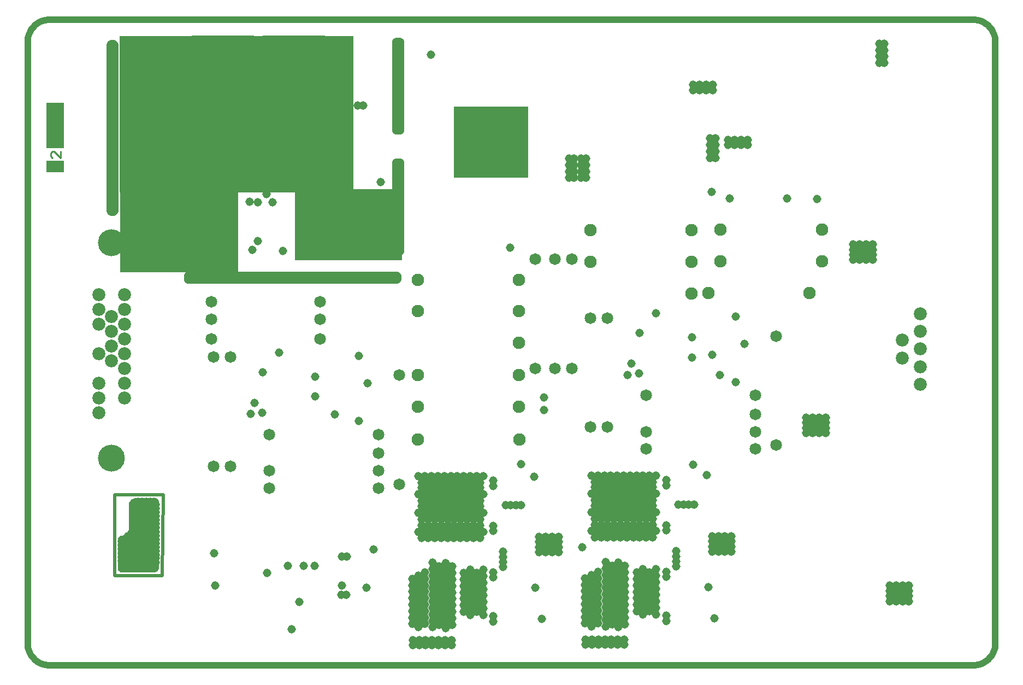
<source format=gbr>
%TF.GenerationSoftware,Altium Limited,Altium Designer,24.2.2 (26)*%
G04 Layer_Physical_Order=2*
G04 Layer_Color=32768*
%FSLAX45Y45*%
%MOMM*%
%TF.SameCoordinates,B61E387C-C652-4A73-A4A4-6DD95E315EF5*%
%TF.FilePolarity,Negative*%
%TF.FileFunction,Copper,L2,Inr,Plane*%
%TF.Part,Single*%
G01*
G75*
%TA.AperFunction,NonConductor*%
%ADD82C,0.25400*%
%TA.AperFunction,ComponentPad*%
%ADD94C,4.16600*%
%TA.AperFunction,NonConductor*%
%ADD99C,1.01600*%
%ADD100C,0.50000*%
%ADD101R,11.50000X11.10000*%
%ADD102R,16.60000X11.10000*%
%ADD103R,18.40000X12.70000*%
%ADD104R,36.20000X24.30000*%
%TA.AperFunction,ComponentPad*%
%ADD105C,1.93040*%
%ADD106C,1.81600*%
%ADD107C,2.01600*%
%TA.AperFunction,ViaPad*%
%ADD108C,4.01600*%
%ADD109C,1.31600*%
G36*
X6088988Y12304133D02*
X6096133Y12296988D01*
X6100000Y12287652D01*
Y12282600D01*
Y12233400D01*
Y12228347D01*
X6096133Y12219012D01*
X6088988Y12211867D01*
X6079652Y12208000D01*
X5170348D01*
X5161012Y12211867D01*
X5153867Y12219012D01*
X5150000Y12228347D01*
Y12233400D01*
Y12282600D01*
Y12287652D01*
X5153867Y12296988D01*
X5161012Y12304133D01*
X5170348Y12308000D01*
X6079652D01*
X6088988Y12304133D01*
D02*
G37*
G36*
X7188988Y12303133D02*
X7196133Y12295988D01*
X7200000Y12286652D01*
Y12281600D01*
Y12232400D01*
Y12227347D01*
X7196133Y12218012D01*
X7188988Y12210867D01*
X7179652Y12207000D01*
X6270348D01*
X6261012Y12210867D01*
X6253867Y12218012D01*
X6250000Y12227347D01*
Y12232400D01*
Y12281600D01*
Y12286652D01*
X6253867Y12295988D01*
X6261012Y12303133D01*
X6270348Y12307000D01*
X7179652D01*
X7188988Y12303133D01*
D02*
G37*
G36*
X5088988Y12146133D02*
X5096133Y12138988D01*
X5100000Y12129652D01*
Y12124600D01*
Y11225400D01*
Y11220348D01*
X5096133Y11211012D01*
X5088988Y11203867D01*
X5079652Y11200000D01*
X5020347D01*
X5011012Y11203867D01*
X5003867Y11211012D01*
X5000000Y11220348D01*
Y11225400D01*
Y12124600D01*
Y12129652D01*
X5003867Y12138988D01*
X5011012Y12146133D01*
X5020347Y12150000D01*
X5079652D01*
X5088988Y12146133D01*
D02*
G37*
G36*
X7338988Y12146133D02*
X7346133Y12138988D01*
X7350000Y12129652D01*
Y12124600D01*
Y11225400D01*
Y11220347D01*
X7346133Y11211012D01*
X7338988Y11203867D01*
X7329652Y11200000D01*
X7270347D01*
X7261012Y11203867D01*
X7253867Y11211012D01*
X7250000Y11220347D01*
Y11225400D01*
Y12124600D01*
Y12129652D01*
X7253867Y12138988D01*
X7261012Y12146133D01*
X7270347Y12150000D01*
X7329652D01*
X7338988Y12146133D01*
D02*
G37*
G36*
X8378988Y12265702D02*
X8386133Y12258557D01*
X8390000Y12249222D01*
Y12244169D01*
Y10895830D01*
Y10890778D01*
X8386133Y10881442D01*
X8378988Y10874297D01*
X8369652Y10870430D01*
X8321348D01*
X8312012Y10874297D01*
X8304867Y10881442D01*
X8301000Y10890778D01*
Y10895830D01*
Y12244169D01*
Y12249222D01*
X8304867Y12258557D01*
X8312012Y12265702D01*
X8321348Y12269569D01*
X8369652D01*
X8378988Y12265702D01*
D02*
G37*
G36*
X3160000Y10610000D02*
X2890000D01*
Y11310000D01*
X3160000D01*
Y10610000D01*
D02*
G37*
G36*
Y10240000D02*
X2890000D01*
Y10420000D01*
X3160000D01*
Y10240000D01*
D02*
G37*
G36*
X5088988Y11046133D02*
X5096133Y11038988D01*
X5100000Y11029653D01*
Y11024600D01*
Y10125400D01*
Y10120348D01*
X5096133Y10111012D01*
X5088988Y10103867D01*
X5079652Y10100000D01*
X5020347D01*
X5011012Y10103867D01*
X5003867Y10111012D01*
X5000000Y10120348D01*
Y10125400D01*
Y11024600D01*
Y11029653D01*
X5003867Y11038988D01*
X5011012Y11046133D01*
X5020347Y11050000D01*
X5079652D01*
X5088988Y11046133D01*
D02*
G37*
G36*
X7338988Y11046133D02*
X7346133Y11038988D01*
X7350000Y11029652D01*
Y11024600D01*
Y10125400D01*
Y10120348D01*
X7346133Y10111012D01*
X7338988Y10103867D01*
X7329652Y10100000D01*
X7270347D01*
X7261012Y10103867D01*
X7253867Y10111012D01*
X7250000Y10120348D01*
Y10125400D01*
Y11024600D01*
Y11029652D01*
X7253867Y11038988D01*
X7261012Y11046133D01*
X7270347Y11050000D01*
X7329652D01*
X7338988Y11046133D01*
D02*
G37*
G36*
X7188988Y10096133D02*
X7196133Y10088988D01*
X7200000Y10079652D01*
Y10074600D01*
Y10025400D01*
Y10020347D01*
X7196133Y10011012D01*
X7188988Y10003867D01*
X7179652Y10000000D01*
X6270347D01*
X6261012Y10003867D01*
X6253867Y10011012D01*
X6250000Y10020347D01*
Y10025400D01*
Y10074600D01*
Y10079652D01*
X6253867Y10088988D01*
X6261012Y10096133D01*
X6270347Y10100000D01*
X7179652D01*
X7188988Y10096133D01*
D02*
G37*
G36*
X6088988D02*
X6096133Y10088988D01*
X6100000Y10079652D01*
Y10074600D01*
Y10025400D01*
Y10020347D01*
X6096133Y10011012D01*
X6088988Y10003867D01*
X6079652Y10000000D01*
X5170348D01*
X5161012Y10003867D01*
X5153867Y10011012D01*
X5150000Y10020347D01*
Y10025400D01*
Y10074600D01*
Y10079652D01*
X5153867Y10088988D01*
X5161012Y10096133D01*
X5170348Y10100000D01*
X6079652D01*
X6088988Y10096133D01*
D02*
G37*
G36*
X3943588Y12230733D02*
X3950733Y12223588D01*
X3954600Y12214252D01*
Y12209200D01*
Y9640000D01*
Y9634947D01*
X3950733Y9625612D01*
X3943588Y9618467D01*
X3934252Y9614600D01*
X3894948D01*
X3885612Y9618467D01*
X3878467Y9625612D01*
X3874600Y9634947D01*
Y9640000D01*
Y12209200D01*
Y12214252D01*
X3878467Y12223588D01*
X3885612Y12230733D01*
X3894948Y12234600D01*
X3934252D01*
X3943588Y12230733D01*
D02*
G37*
G36*
X8377987Y10395702D02*
X8385132Y10388557D01*
X8388999Y10379222D01*
Y10374169D01*
Y9025831D01*
Y9020778D01*
X8385132Y9011442D01*
X8377987Y9004297D01*
X8368652Y9000431D01*
X8320347D01*
X8311012Y9004297D01*
X8303867Y9011442D01*
X8300000Y9020778D01*
Y9025831D01*
Y10374169D01*
Y10379222D01*
X8303867Y10388557D01*
X8311012Y10395702D01*
X8320347Y10399569D01*
X8368652D01*
X8377987Y10395702D01*
D02*
G37*
G36*
X8329988Y8646133D02*
X8337133Y8638988D01*
X8341000Y8629652D01*
Y8624600D01*
Y8586400D01*
Y8581347D01*
X8337133Y8572012D01*
X8329988Y8564867D01*
X8320652Y8561000D01*
X5093747D01*
X5084412Y8564867D01*
X5077267Y8572012D01*
X5073400Y8581347D01*
Y8586400D01*
Y8624600D01*
Y8629652D01*
X5077267Y8638988D01*
X5084412Y8646133D01*
X5093747Y8650000D01*
X8320652D01*
X8329988Y8646133D01*
D02*
G37*
G36*
X4610587Y5181965D02*
X4627465Y5165087D01*
X4636600Y5143034D01*
Y5131099D01*
Y4121100D01*
Y4113220D01*
X4633525Y4097764D01*
X4627495Y4083205D01*
X4618740Y4070103D01*
X4607597Y4058959D01*
X4594494Y4050204D01*
X4579935Y4044174D01*
X4564479Y4041100D01*
X4059705D01*
X4046181Y4043789D01*
X4033442Y4049066D01*
X4021977Y4056727D01*
X4012227Y4066477D01*
X4004567Y4077942D01*
X3999290Y4090681D01*
X3996600Y4104205D01*
Y4111099D01*
Y4551100D01*
Y4563034D01*
X4005734Y4585087D01*
X4022612Y4601965D01*
X4044665Y4611099D01*
X4066600D01*
X4076401Y4611581D01*
X4095628Y4615405D01*
X4113739Y4622907D01*
X4130039Y4633798D01*
X4143901Y4647660D01*
X4154792Y4663960D01*
X4162294Y4682071D01*
X4166118Y4701298D01*
X4166600Y4711100D01*
Y5081100D01*
Y5091933D01*
X4170827Y5113185D01*
X4179119Y5133204D01*
X4191157Y5151220D01*
X4206479Y5166542D01*
X4224495Y5178580D01*
X4244514Y5186872D01*
X4265766Y5191100D01*
X4588534D01*
X4610587Y5181965D01*
D02*
G37*
D82*
X3114600Y10556967D02*
Y10455400D01*
X3013033Y10556967D01*
X2987641D01*
X2962249Y10531575D01*
Y10480792D01*
X2987641Y10455400D01*
D94*
X3902000Y9145000D02*
D03*
Y5813000D02*
D03*
D99*
X7179652Y12307000D02*
X7188988Y12303133D01*
X7196133Y12295988D01*
X7200000Y12286652D01*
Y12281600D02*
Y12286652D01*
Y12232400D02*
Y12281600D01*
Y12227347D02*
Y12232400D01*
X7196133Y12218012D02*
X7200000Y12227347D01*
X7188988Y12210867D02*
X7196133Y12218012D01*
X7179652Y12207000D02*
X7188988Y12210867D01*
X6270348Y12207000D02*
X7179652D01*
X6261012Y12210867D02*
X6270348Y12207000D01*
X6253867Y12218012D02*
X6261012Y12210867D01*
X6250000Y12227347D02*
X6253867Y12218012D01*
X6250000Y12227347D02*
Y12232400D01*
Y12281600D01*
Y12286652D01*
X6253867Y12295988D01*
X6261012Y12303133D01*
X6270348Y12307000D01*
X7179652D01*
X6079652Y12308000D02*
X6088988Y12304133D01*
X6096133Y12296988D01*
X6100000Y12287652D01*
Y12282600D02*
Y12287652D01*
Y12233400D02*
Y12282600D01*
Y12228347D02*
Y12233400D01*
X6096133Y12219012D02*
X6100000Y12228347D01*
X6088988Y12211867D02*
X6096133Y12219012D01*
X6079652Y12208000D02*
X6088988Y12211867D01*
X5170348Y12208000D02*
X6079652D01*
X5161012Y12211867D02*
X5170348Y12208000D01*
X5153867Y12219012D02*
X5161012Y12211867D01*
X5150000Y12228347D02*
X5153867Y12219012D01*
X5150000Y12228347D02*
Y12233400D01*
Y12282600D01*
Y12287652D01*
X5153867Y12296988D01*
X5161012Y12304133D01*
X5170348Y12308000D01*
X6079652D01*
X8369652Y12269569D02*
X8378988Y12265702D01*
X8386133Y12258557D01*
X8390000Y12249222D01*
Y12244169D02*
Y12249222D01*
Y10895830D02*
Y12244169D01*
Y10890778D02*
Y10895830D01*
X8386133Y10881442D02*
X8390000Y10890778D01*
X8378988Y10874297D02*
X8386133Y10881442D01*
X8369652Y10870430D02*
X8378988Y10874297D01*
X8321348Y10870430D02*
X8369652D01*
X8312012Y10874297D02*
X8321348Y10870430D01*
X8304867Y10881442D02*
X8312012Y10874297D01*
X8301000Y10890778D02*
X8304867Y10881442D01*
X8301000Y10890778D02*
Y10895830D01*
Y12244169D01*
Y12249222D01*
X8304867Y12258557D01*
X8312012Y12265702D01*
X8321348Y12269569D01*
X8369652D01*
X8368652Y10399569D02*
X8377987Y10395702D01*
X8385132Y10388557D01*
X8388999Y10379222D01*
Y10374169D02*
Y10379222D01*
Y9025831D02*
Y10374169D01*
Y9020778D02*
Y9025831D01*
X8385132Y9011442D02*
X8388999Y9020778D01*
X8377987Y9004297D02*
X8385132Y9011442D01*
X8368652Y9000431D02*
X8377987Y9004297D01*
X8320347Y9000431D02*
X8368652D01*
X8311012Y9004297D02*
X8320347Y9000431D01*
X8303867Y9011442D02*
X8311012Y9004297D01*
X8300000Y9020778D02*
X8303867Y9011442D01*
X8300000Y9020778D02*
Y9025831D01*
Y10374169D01*
Y10379222D01*
X8303867Y10388557D01*
X8311012Y10395702D01*
X8320347Y10399569D01*
X8368652D01*
X3934252Y12234600D02*
X3943588Y12230733D01*
X3950733Y12223588D01*
X3954600Y12214252D01*
Y12209200D02*
Y12214252D01*
Y9640000D02*
Y12209200D01*
Y9634947D02*
Y9640000D01*
X3950733Y9625612D02*
X3954600Y9634947D01*
X3943588Y9618467D02*
X3950733Y9625612D01*
X3934252Y9614600D02*
X3943588Y9618467D01*
X3894948Y9614600D02*
X3934252D01*
X3885612Y9618467D02*
X3894948Y9614600D01*
X3878467Y9625612D02*
X3885612Y9618467D01*
X3874600Y9634947D02*
X3878467Y9625612D01*
X3874600Y9634947D02*
Y9640000D01*
Y12209200D01*
Y12214252D01*
X3878467Y12223588D01*
X3885612Y12230733D01*
X3894948Y12234600D01*
X3934252D01*
X7179652Y10100000D02*
X7188988Y10096133D01*
X7196133Y10088988D01*
X7200000Y10079652D01*
Y10074600D02*
Y10079652D01*
Y10025400D02*
Y10074600D01*
Y10020347D02*
Y10025400D01*
X7196133Y10011012D02*
X7200000Y10020347D01*
X7188988Y10003867D02*
X7196133Y10011012D01*
X7179652Y10000000D02*
X7188988Y10003867D01*
X6270347Y10000000D02*
X7179652D01*
X6261012Y10003867D02*
X6270347Y10000000D01*
X6253867Y10011012D02*
X6261012Y10003867D01*
X6250000Y10020347D02*
X6253867Y10011012D01*
X6250000Y10020347D02*
Y10025400D01*
Y10074600D01*
Y10079652D01*
X6253867Y10088988D01*
X6261012Y10096133D01*
X6270347Y10100000D01*
X7179652D01*
X6079652D02*
X6088988Y10096133D01*
X6096133Y10088988D01*
X6100000Y10079652D01*
Y10074600D02*
Y10079652D01*
Y10025400D02*
Y10074600D01*
Y10020347D02*
Y10025400D01*
X6096133Y10011012D02*
X6100000Y10020347D01*
X6088988Y10003867D02*
X6096133Y10011012D01*
X6079652Y10000000D02*
X6088988Y10003867D01*
X5170348Y10000000D02*
X6079652D01*
X5161012Y10003867D02*
X5170348Y10000000D01*
X5153867Y10011012D02*
X5161012Y10003867D01*
X5150000Y10020347D02*
X5153867Y10011012D01*
X5150000Y10020347D02*
Y10025400D01*
Y10074600D01*
Y10079652D01*
X5153867Y10088988D01*
X5161012Y10096133D01*
X5170348Y10100000D01*
X6079652D01*
X7329652Y11050000D02*
X7338988Y11046133D01*
X7346133Y11038988D01*
X7350000Y11029652D01*
Y11024600D02*
Y11029652D01*
Y10125400D02*
Y11024600D01*
Y10120348D02*
Y10125400D01*
X7346133Y10111012D02*
X7350000Y10120348D01*
X7338988Y10103867D02*
X7346133Y10111012D01*
X7329652Y10100000D02*
X7338988Y10103867D01*
X7270347Y10100000D02*
X7329652D01*
X7261012Y10103867D02*
X7270347Y10100000D01*
X7253867Y10111012D02*
X7261012Y10103867D01*
X7250000Y10120348D02*
X7253867Y10111012D01*
X7250000Y10120348D02*
Y10125400D01*
Y11024600D01*
Y11029652D01*
X7253867Y11038988D01*
X7261012Y11046133D01*
X7270347Y11050000D01*
X7329652D01*
Y12150000D02*
X7338988Y12146133D01*
X7346133Y12138988D01*
X7350000Y12129652D01*
Y12124600D02*
Y12129652D01*
Y11225400D02*
Y12124600D01*
Y11220347D02*
Y11225400D01*
X7346133Y11211012D02*
X7350000Y11220347D01*
X7338988Y11203867D02*
X7346133Y11211012D01*
X7329652Y11200000D02*
X7338988Y11203867D01*
X7270347Y11200000D02*
X7329652D01*
X7261012Y11203867D02*
X7270347Y11200000D01*
X7253867Y11211012D02*
X7261012Y11203867D01*
X7250000Y11220347D02*
X7253867Y11211012D01*
X7250000Y11220347D02*
Y11225400D01*
Y12124600D01*
Y12129652D01*
X7253867Y12138988D01*
X7261012Y12146133D01*
X7270347Y12150000D01*
X7329652D01*
X5079652Y12150000D02*
X5088988Y12146133D01*
X5096133Y12138988D01*
X5100000Y12129652D01*
Y12124600D02*
Y12129652D01*
Y11225400D02*
Y12124600D01*
Y11220348D02*
Y11225400D01*
X5096133Y11211012D02*
X5100000Y11220348D01*
X5088988Y11203867D02*
X5096133Y11211012D01*
X5079652Y11200000D02*
X5088988Y11203867D01*
X5020347Y11200000D02*
X5079652D01*
X5011012Y11203867D02*
X5020347Y11200000D01*
X5003867Y11211012D02*
X5011012Y11203867D01*
X5000000Y11220348D02*
X5003867Y11211012D01*
X5000000Y11220348D02*
Y11225400D01*
Y12124600D01*
Y12129652D01*
X5003867Y12138988D01*
X5011012Y12146133D01*
X5020347Y12150000D01*
X5079652D01*
Y11050000D02*
X5088988Y11046133D01*
X5096133Y11038988D01*
X5100000Y11029653D01*
Y11024600D02*
Y11029653D01*
Y10125400D02*
Y11024600D01*
Y10120348D02*
Y10125400D01*
X5096133Y10111012D02*
X5100000Y10120348D01*
X5088988Y10103867D02*
X5096133Y10111012D01*
X5079652Y10100000D02*
X5088988Y10103867D01*
X5020347Y10100000D02*
X5079652D01*
X5011012Y10103867D02*
X5020347Y10100000D01*
X5003867Y10111012D02*
X5011012Y10103867D01*
X5000000Y10120348D02*
X5003867Y10111012D01*
X5000000Y10120348D02*
Y10125400D01*
Y11024600D01*
Y11029653D01*
X5003867Y11038988D01*
X5011012Y11046133D01*
X5020347Y11050000D01*
X5079652D01*
X8320652Y8650000D02*
X8329988Y8646133D01*
X8337133Y8638988D01*
X8341000Y8629652D01*
Y8624600D02*
Y8629652D01*
Y8586400D02*
Y8624600D01*
Y8581347D02*
Y8586400D01*
X8337133Y8572012D02*
X8341000Y8581347D01*
X8329988Y8564867D02*
X8337133Y8572012D01*
X8320652Y8561000D02*
X8329988Y8564867D01*
X5093747Y8561000D02*
X8320652D01*
X5084412Y8564867D02*
X5093747Y8561000D01*
X5077267Y8572012D02*
X5084412Y8564867D01*
X5073400Y8581347D02*
X5077267Y8572012D01*
X5073400Y8581347D02*
Y8586400D01*
Y8624600D01*
Y8629652D01*
X5077267Y8638988D01*
X5084412Y8646133D01*
X5093747Y8650000D01*
X8320652D01*
X17280957Y12600000D02*
X17325330Y12594158D01*
X2919043Y12600000D02*
X17280957D01*
X2874670Y12594158D02*
X2919043Y12600000D01*
X2831439Y12582574D02*
X2874670Y12594158D01*
X2790090Y12565447D02*
X2831439Y12582574D01*
X2751331Y12543069D02*
X2790090Y12565447D01*
X2715823Y12515823D02*
X2751331Y12543069D01*
X2684176Y12484176D02*
X2715823Y12515823D01*
X2656930Y12448669D02*
X2684176Y12484176D01*
X2634553Y12409909D02*
X2656930Y12448669D01*
X2617425Y12368560D02*
X2634553Y12409909D01*
X2605842Y12325329D02*
X2617425Y12368560D01*
X2600000Y12280956D02*
X2605842Y12325329D01*
X2600000Y12258578D02*
Y12280956D01*
Y2919043D02*
Y2941421D01*
Y2919043D02*
X2605842Y2874670D01*
X2617425Y2831439D01*
X2634553Y2790090D01*
X2656930Y2751331D01*
X2684176Y2715823D01*
X2715823Y2684176D01*
X2751331Y2656930D01*
X2790090Y2634553D01*
X2831439Y2617425D01*
X2874670Y2605842D01*
X2919043Y2600000D01*
X17280957D01*
X17325330Y2605842D01*
X17368559Y2617425D01*
X17409909Y2634553D01*
X17448669Y2656930D01*
X17484177Y2684176D01*
X17515823Y2715823D01*
X17543069Y2751331D01*
X17565446Y2790090D01*
X17582574Y2831439D01*
X17594157Y2874670D01*
X17600000Y2919043D01*
Y2941421D01*
Y12258578D02*
Y12280956D01*
X17594157Y12325329D02*
X17600000Y12280956D01*
X17582574Y12368560D02*
X17594157Y12325329D01*
X17565446Y12409909D02*
X17582574Y12368560D01*
X17543069Y12448669D02*
X17565446Y12409909D01*
X17515823Y12484176D02*
X17543069Y12448669D01*
X17484177Y12515823D02*
X17515823Y12484176D01*
X17448669Y12543069D02*
X17484177Y12515823D01*
X17409909Y12565447D02*
X17448669Y12543069D01*
X17368559Y12582574D02*
X17409909Y12565447D01*
X17325330Y12594158D02*
X17368559Y12582574D01*
X17600000Y2941421D02*
Y12258578D01*
X2600000Y2941421D02*
Y12258578D01*
D100*
X3950000Y5210000D02*
Y5240000D01*
X4700000D01*
X4690000Y3990000D02*
X4700000Y5240000D01*
X3950000Y3990000D02*
X4690000D01*
X3950000D02*
Y5210000D01*
D101*
X9785000Y10705000D02*
D03*
D102*
X7570000Y9425000D02*
D03*
D103*
X4950000Y9325000D02*
D03*
D104*
X5840000Y11135000D02*
D03*
D105*
X4300000Y11700000D02*
D03*
Y10130000D02*
D03*
X10220000Y6100000D02*
D03*
X8650000D02*
D03*
X10218021Y7594002D02*
D03*
X8648021Y8084002D02*
D03*
X10218021D02*
D03*
X10218021Y6604002D02*
D03*
X8648021D02*
D03*
X10218021Y7094002D02*
D03*
X8648021D02*
D03*
X10218021Y8574002D02*
D03*
X8648021D02*
D03*
X11320000Y8850000D02*
D03*
X12889999D02*
D03*
X14910001Y8860000D02*
D03*
X13339999D02*
D03*
X12889999Y9340000D02*
D03*
X11320000D02*
D03*
X14910001Y9350000D02*
D03*
X13339999D02*
D03*
X12889999Y8360000D02*
D03*
X14720000Y8370000D02*
D03*
X13150000D02*
D03*
D106*
X6182000Y11401000D02*
D03*
Y10893000D02*
D03*
X5928000Y11147000D02*
D03*
X6436000D02*
D03*
X6002395Y11326605D02*
D03*
X6361605D02*
D03*
X6002395Y10967395D02*
D03*
X6361605D02*
D03*
X5748021Y5684003D02*
D03*
Y7374003D02*
D03*
X8038021Y5614002D02*
D03*
X6348021D02*
D03*
X7135997Y7660000D02*
D03*
X5445997D02*
D03*
X5445998Y7960000D02*
D03*
X7135998D02*
D03*
X5445998Y8230001D02*
D03*
X7135998D02*
D03*
X5478021Y5684003D02*
D03*
Y7374003D02*
D03*
X8358021Y7094002D02*
D03*
Y5404002D02*
D03*
X6348021Y6174002D02*
D03*
X8038021D02*
D03*
Y5344002D02*
D03*
X6348021D02*
D03*
X8038021Y5884002D02*
D03*
X12190000Y6220000D02*
D03*
X13880000D02*
D03*
X12190000Y5950000D02*
D03*
X13880000D02*
D03*
X11320000Y6290000D02*
D03*
Y7980000D02*
D03*
X12190000Y6780000D02*
D03*
X13880000D02*
D03*
X14200000Y7700000D02*
D03*
Y6010000D02*
D03*
X11590000Y6290000D02*
D03*
Y7980000D02*
D03*
X10770000Y8890000D02*
D03*
Y7200000D02*
D03*
X11040000Y8890000D02*
D03*
Y7200000D02*
D03*
X10470000Y7200000D02*
D03*
Y8890000D02*
D03*
X13880000Y6490000D02*
D03*
D107*
X10091246Y10538397D02*
D03*
X9911246Y10407620D02*
D03*
X9688754D02*
D03*
X9508754Y10538397D02*
D03*
Y10961603D02*
D03*
X9688754Y11092380D02*
D03*
X10091246Y10961603D02*
D03*
X9911246Y11092380D02*
D03*
X9800000Y10900000D02*
D03*
Y10600000D02*
D03*
X9650000Y10750000D02*
D03*
X9440000D02*
D03*
X10160000D02*
D03*
X9950000D02*
D03*
X3704000Y8343000D02*
D03*
Y8114400D02*
D03*
Y7885800D02*
D03*
Y7428600D02*
D03*
Y6971400D02*
D03*
Y6742800D02*
D03*
Y6514000D02*
D03*
X3902000Y8000100D02*
D03*
Y7771500D02*
D03*
Y7542900D02*
D03*
Y7314300D02*
D03*
X4100000Y8343000D02*
D03*
Y8114400D02*
D03*
Y7885800D02*
D03*
Y7657200D02*
D03*
Y7428600D02*
D03*
Y7200000D02*
D03*
Y6971400D02*
D03*
Y6742800D02*
D03*
X16158000Y7637000D02*
D03*
Y7363000D02*
D03*
X16442000Y8048000D02*
D03*
Y7774000D02*
D03*
Y7500000D02*
D03*
Y7226000D02*
D03*
Y6952000D02*
D03*
D108*
X6978470Y10353194D02*
D03*
X5382000Y11947000D02*
D03*
D109*
X7470000Y3840000D02*
D03*
X15963000Y3756000D02*
D03*
X16063000D02*
D03*
X15963000Y3836000D02*
D03*
X16163000D02*
D03*
Y3756000D02*
D03*
X16263000D02*
D03*
X16063000Y3836000D02*
D03*
X16263000D02*
D03*
X15963000Y3596000D02*
D03*
Y3676000D02*
D03*
X16263000D02*
D03*
X16063000Y3596000D02*
D03*
X16163000D02*
D03*
X16263000D02*
D03*
X16063000Y3676000D02*
D03*
X16163000D02*
D03*
X8850000Y12060000D02*
D03*
X13200000Y9930000D02*
D03*
X4586600Y4261100D02*
D03*
Y4191100D02*
D03*
X4556600Y4131100D02*
D03*
X4486600D02*
D03*
X4426600D02*
D03*
X4366600D02*
D03*
X4306600D02*
D03*
X4246600D02*
D03*
X4186600D02*
D03*
X4126600D02*
D03*
X4076600Y4161100D02*
D03*
X4056600Y4221100D02*
D03*
Y4281100D02*
D03*
Y4341100D02*
D03*
Y4401100D02*
D03*
Y4461100D02*
D03*
Y4521100D02*
D03*
X4106600Y4561100D02*
D03*
X4156600Y4601100D02*
D03*
X4206600Y4641100D02*
D03*
X4236600Y4691100D02*
D03*
Y4751099D02*
D03*
Y4811100D02*
D03*
Y4871099D02*
D03*
Y4931100D02*
D03*
Y4991099D02*
D03*
Y5051100D02*
D03*
X4266600Y5101100D02*
D03*
X4316600Y5131099D02*
D03*
X4376600D02*
D03*
X4436600D02*
D03*
X4496600D02*
D03*
X4556600D02*
D03*
X4586600Y5091100D02*
D03*
Y5031100D02*
D03*
Y4971100D02*
D03*
Y4911100D02*
D03*
Y4851100D02*
D03*
Y4791100D02*
D03*
Y4731100D02*
D03*
Y4671100D02*
D03*
Y4611099D02*
D03*
Y4551100D02*
D03*
Y4491099D02*
D03*
Y4431100D02*
D03*
Y4371099D02*
D03*
Y4311100D02*
D03*
X12500000Y3290000D02*
D03*
X13330000Y7100000D02*
D03*
X12080000Y7120000D02*
D03*
X10604002Y6556979D02*
D03*
Y6746979D02*
D03*
X11900000Y7100000D02*
D03*
X12500000Y3370000D02*
D03*
X12340000Y3590000D02*
D03*
X12240000Y3640000D02*
D03*
X12500000Y4050000D02*
D03*
Y3970000D02*
D03*
Y4770000D02*
D03*
X12650000Y4210000D02*
D03*
Y4370000D02*
D03*
Y4290000D02*
D03*
Y4130000D02*
D03*
X12930000Y5090000D02*
D03*
X12850000D02*
D03*
X12500000Y5470000D02*
D03*
Y5390000D02*
D03*
X12290000Y5440000D02*
D03*
X9661214Y5531212D02*
D03*
X10450000Y5520000D02*
D03*
X10631214Y4351213D02*
D03*
Y4431212D02*
D03*
Y4511212D02*
D03*
Y4591212D02*
D03*
X10531214Y4351213D02*
D03*
Y4431212D02*
D03*
Y4511212D02*
D03*
Y4591212D02*
D03*
X13130000Y5550000D02*
D03*
X6310000Y4030000D02*
D03*
X6085200Y9040000D02*
D03*
X6940000Y9800000D02*
D03*
X6880000Y4140000D02*
D03*
X11200000Y4430000D02*
D03*
X6632900Y4140000D02*
D03*
X7360000Y6490000D02*
D03*
X10080000Y9070000D02*
D03*
X7970000Y9000000D02*
D03*
X7960000Y4400000D02*
D03*
X10171214Y5081212D02*
D03*
X10251214D02*
D03*
X10011214D02*
D03*
X10831214Y4591212D02*
D03*
X10731214Y4511212D02*
D03*
Y4431212D02*
D03*
X10831214Y4351213D02*
D03*
X10731214D02*
D03*
X9971214Y4361212D02*
D03*
Y4121212D02*
D03*
Y4201212D02*
D03*
Y4281212D02*
D03*
X8571214Y2991212D02*
D03*
X8671214D02*
D03*
X8871214D02*
D03*
X9071214D02*
D03*
X8971214D02*
D03*
X8571214Y2911212D02*
D03*
X8671214D02*
D03*
X8871214D02*
D03*
X8771214D02*
D03*
X9071214D02*
D03*
X8971214D02*
D03*
X10571214Y3321212D02*
D03*
X9821214Y5461212D02*
D03*
Y5381212D02*
D03*
Y4761212D02*
D03*
Y4681212D02*
D03*
Y3961212D02*
D03*
Y4041212D02*
D03*
Y3281212D02*
D03*
Y3361212D02*
D03*
X8881214Y3491212D02*
D03*
Y3991212D02*
D03*
Y3891212D02*
D03*
Y3791212D02*
D03*
Y3591212D02*
D03*
Y3691212D02*
D03*
Y3391212D02*
D03*
Y3191212D02*
D03*
Y4091212D02*
D03*
Y4191212D02*
D03*
X8561214Y3541212D02*
D03*
Y3841213D02*
D03*
Y3741212D02*
D03*
Y3641212D02*
D03*
Y3441212D02*
D03*
Y3341212D02*
D03*
Y3241212D02*
D03*
Y3941213D02*
D03*
X8761214Y3841213D02*
D03*
Y3641212D02*
D03*
X8661214Y3891213D02*
D03*
Y3691213D02*
D03*
X8761214Y3541212D02*
D03*
X8661214Y3591213D02*
D03*
X8761214Y3741212D02*
D03*
X8661214Y3791213D02*
D03*
X8761214Y3441212D02*
D03*
X8661214Y3191212D02*
D03*
Y3391212D02*
D03*
X8761214Y3341212D02*
D03*
X8661214Y3491212D02*
D03*
X8761214Y3241212D02*
D03*
X8661214Y3291212D02*
D03*
X8761214Y3941213D02*
D03*
Y4041213D02*
D03*
X8661214Y3991213D02*
D03*
X8981214Y3631212D02*
D03*
Y3931213D02*
D03*
Y3431212D02*
D03*
Y3831213D02*
D03*
Y4031213D02*
D03*
Y3531212D02*
D03*
Y4131213D02*
D03*
Y3731213D02*
D03*
X9181214Y4131213D02*
D03*
Y4031213D02*
D03*
X9081214Y3781213D02*
D03*
Y3881213D02*
D03*
Y3981213D02*
D03*
Y4181213D02*
D03*
Y4081213D02*
D03*
Y3481212D02*
D03*
Y3581213D02*
D03*
Y3681213D02*
D03*
X9181214Y3231212D02*
D03*
Y3331212D02*
D03*
X9081214Y3381212D02*
D03*
Y3181212D02*
D03*
Y3281212D02*
D03*
X8981214Y3331212D02*
D03*
Y3231212D02*
D03*
X9181214Y3731213D02*
D03*
Y3431212D02*
D03*
Y3831213D02*
D03*
Y3631212D02*
D03*
Y3931213D02*
D03*
Y3531212D02*
D03*
X9661214Y3781212D02*
D03*
Y4081212D02*
D03*
Y3981212D02*
D03*
Y3881212D02*
D03*
Y3681212D02*
D03*
Y3381212D02*
D03*
Y3581212D02*
D03*
Y3481212D02*
D03*
X9461214Y3381212D02*
D03*
X9361214Y3731212D02*
D03*
X9561214Y3531212D02*
D03*
Y3431212D02*
D03*
X9461214Y3681212D02*
D03*
X9361214Y3631212D02*
D03*
Y3531212D02*
D03*
Y3431212D02*
D03*
X9561214Y3731212D02*
D03*
Y3631212D02*
D03*
X9461214Y3481212D02*
D03*
Y3581212D02*
D03*
X9361214Y4031212D02*
D03*
X9561214D02*
D03*
X9461214Y3981212D02*
D03*
Y3781212D02*
D03*
Y4081212D02*
D03*
X9361214Y3931212D02*
D03*
X9561214D02*
D03*
X9361214Y3831212D02*
D03*
X9461214Y3881212D02*
D03*
X9561214Y3831212D02*
D03*
X9461214Y5531212D02*
D03*
X9561214D02*
D03*
X8961214D02*
D03*
X9061214D02*
D03*
X9261214D02*
D03*
X9361214D02*
D03*
X9161214D02*
D03*
X8861214D02*
D03*
X8661214D02*
D03*
X8761214D02*
D03*
X9611214Y5431212D02*
D03*
X8811214D02*
D03*
X9311214D02*
D03*
X9511214D02*
D03*
X8711214D02*
D03*
X9211214D02*
D03*
X9011214D02*
D03*
X9111214D02*
D03*
X8911214D02*
D03*
X9411214D02*
D03*
X9611214Y5061212D02*
D03*
X8811214D02*
D03*
X8911214D02*
D03*
X8711214D02*
D03*
X9011214D02*
D03*
X9611214Y4861212D02*
D03*
X9661214Y4961212D02*
D03*
X9011214Y4861212D02*
D03*
X8761214Y4961212D02*
D03*
X8911214Y4861212D02*
D03*
X8711214D02*
D03*
X8661214Y4961212D02*
D03*
X8861214D02*
D03*
X8961214D02*
D03*
X8811214Y4861212D02*
D03*
X9061214Y4961212D02*
D03*
X9311214Y4861212D02*
D03*
X9261214Y4961212D02*
D03*
X9161214D02*
D03*
X9211214Y4861212D02*
D03*
X9111214D02*
D03*
Y5061212D02*
D03*
X9211214D02*
D03*
X9311214D02*
D03*
X9561214Y4961212D02*
D03*
X9511214Y5061212D02*
D03*
Y4861212D02*
D03*
X9461214Y4961212D02*
D03*
X9361214D02*
D03*
X9411214Y5061212D02*
D03*
Y4861212D02*
D03*
X9611214Y4571212D02*
D03*
X9661214Y4671212D02*
D03*
X9611214Y4771212D02*
D03*
X9011214Y4571212D02*
D03*
X8661214Y4671212D02*
D03*
X8711214Y4571212D02*
D03*
X8811214D02*
D03*
X8761214Y4671212D02*
D03*
X8861214D02*
D03*
X8911214Y4571212D02*
D03*
X8961214Y4671212D02*
D03*
X9061214D02*
D03*
X8711214Y4771212D02*
D03*
X8911214D02*
D03*
X9011214D02*
D03*
X8811214D02*
D03*
X9311214D02*
D03*
Y4571212D02*
D03*
X9161214Y4671212D02*
D03*
X9111214Y4771212D02*
D03*
X9261214Y4671212D02*
D03*
X9211214Y4571212D02*
D03*
X9111214D02*
D03*
X9211214Y4771212D02*
D03*
X9411214Y4571212D02*
D03*
X9511214Y4771212D02*
D03*
Y4571212D02*
D03*
X9461214Y4671212D02*
D03*
X9561214D02*
D03*
X9361214D02*
D03*
X9411214Y4771212D02*
D03*
X9011214Y5351212D02*
D03*
X9061214Y5251212D02*
D03*
X8811214Y5351212D02*
D03*
X8911214D02*
D03*
X8961214Y5251212D02*
D03*
X8711214Y5351212D02*
D03*
X8761214Y5251212D02*
D03*
X8861214D02*
D03*
X8661214D02*
D03*
X9611214Y5351212D02*
D03*
X9661214Y5251212D02*
D03*
X9611214Y5151212D02*
D03*
X8911214D02*
D03*
X9011214D02*
D03*
X8811214D02*
D03*
X8711214D02*
D03*
X9111214Y5351212D02*
D03*
X9261214Y5251212D02*
D03*
X9111214Y5151212D02*
D03*
X9161214Y5251212D02*
D03*
X9211214Y5351212D02*
D03*
Y5151212D02*
D03*
X9411214Y5351212D02*
D03*
X9311214Y5151212D02*
D03*
X9561214Y5251212D02*
D03*
X9511214Y5151212D02*
D03*
X9411214D02*
D03*
X9461214Y5251212D02*
D03*
X9511214Y5351212D02*
D03*
X9361214Y5251212D02*
D03*
X9311214Y5351212D02*
D03*
X10091214Y5081212D02*
D03*
X8881214Y3291212D02*
D03*
X10471214Y3801212D02*
D03*
X6498021Y7444002D02*
D03*
X6240521Y7139609D02*
D03*
X7058021Y7074002D02*
D03*
X7738021Y7394002D02*
D03*
X7868021Y6974003D02*
D03*
X7738021Y6384002D02*
D03*
X6113521Y6666396D02*
D03*
X6058021Y6494003D02*
D03*
X7058021Y6764002D02*
D03*
X6238021Y6514002D02*
D03*
X13580000Y6990000D02*
D03*
X8070000Y10090000D02*
D03*
X5632500Y9737500D02*
D03*
X6170000Y9170000D02*
D03*
X5630000Y8990000D02*
D03*
X5297500Y8994879D02*
D03*
X6560000Y9020000D02*
D03*
X6040000Y9780000D02*
D03*
X13460001Y10660000D02*
D03*
Y10740000D02*
D03*
X13660001D02*
D03*
X13560001D02*
D03*
Y10660000D02*
D03*
X13660001D02*
D03*
X13760001D02*
D03*
Y10740000D02*
D03*
X13210001Y7410000D02*
D03*
Y4440000D02*
D03*
Y4520000D02*
D03*
X13310001Y4440000D02*
D03*
Y4360000D02*
D03*
Y4520000D02*
D03*
X13250000Y3330000D02*
D03*
X7850000Y3800000D02*
D03*
X10731214Y4591212D02*
D03*
X10831214Y4511212D02*
D03*
Y4431212D02*
D03*
X13410001Y4440000D02*
D03*
X13510001Y4360000D02*
D03*
X13410001D02*
D03*
X13510001Y4440000D02*
D03*
X13210001Y4360000D02*
D03*
X13510001Y4600000D02*
D03*
X13310001D02*
D03*
X13510001Y4520000D02*
D03*
X13410001D02*
D03*
Y4600000D02*
D03*
X13210001D02*
D03*
X14870000Y6280000D02*
D03*
X14770000D02*
D03*
X14970000Y6200000D02*
D03*
X14870000D02*
D03*
X14770000D02*
D03*
X14970000Y6280000D02*
D03*
X14670000D02*
D03*
Y6200000D02*
D03*
X14970000Y6440000D02*
D03*
X14770000D02*
D03*
X14970000Y6360000D02*
D03*
X14870000D02*
D03*
Y6440000D02*
D03*
X14670000D02*
D03*
X14770000Y6360000D02*
D03*
X14670000D02*
D03*
X15600000Y8960000D02*
D03*
X15500000D02*
D03*
X15700000Y8880000D02*
D03*
X15600000D02*
D03*
X15500000D02*
D03*
X15700000Y8960000D02*
D03*
X15400000D02*
D03*
Y8880000D02*
D03*
X15700000Y9120000D02*
D03*
X15500000D02*
D03*
X15700000Y9040000D02*
D03*
X15600000D02*
D03*
Y9120000D02*
D03*
X15400000D02*
D03*
X15500000Y9040000D02*
D03*
X15400000D02*
D03*
X12920000Y5710000D02*
D03*
X10250000Y5720000D02*
D03*
X14839999Y9820000D02*
D03*
X12900000Y7680000D02*
D03*
Y7370000D02*
D03*
X13710001Y7580000D02*
D03*
X13580000Y8000000D02*
D03*
X12082501Y7745607D02*
D03*
X11955501Y7272393D02*
D03*
X10990000Y10450000D02*
D03*
Y10350000D02*
D03*
Y10250000D02*
D03*
Y10150000D02*
D03*
X11070000Y10450000D02*
D03*
Y10350000D02*
D03*
Y10250000D02*
D03*
Y10150000D02*
D03*
X10990000Y10350000D02*
D03*
Y10250000D02*
D03*
Y10150000D02*
D03*
Y10350000D02*
D03*
Y10250000D02*
D03*
Y10150000D02*
D03*
X11070000Y10350000D02*
D03*
Y10250000D02*
D03*
Y10150000D02*
D03*
X11180000Y10450000D02*
D03*
Y10350000D02*
D03*
Y10250000D02*
D03*
Y10150000D02*
D03*
X11260000Y10450000D02*
D03*
Y10350000D02*
D03*
Y10250000D02*
D03*
Y10150000D02*
D03*
X11180000Y10350000D02*
D03*
Y10250000D02*
D03*
Y10150000D02*
D03*
Y10350000D02*
D03*
Y10250000D02*
D03*
Y10150000D02*
D03*
X11260000Y10350000D02*
D03*
Y10250000D02*
D03*
Y10150000D02*
D03*
X13220000Y11590000D02*
D03*
X13120000D02*
D03*
X13020000D02*
D03*
X12920000D02*
D03*
X13220000Y11510000D02*
D03*
X13120000D02*
D03*
X13020000D02*
D03*
X12920000D02*
D03*
X13120000Y11590000D02*
D03*
X13020000D02*
D03*
X12920000D02*
D03*
X13120000D02*
D03*
X13020000D02*
D03*
X12920000D02*
D03*
X13120000Y11510000D02*
D03*
X13020000D02*
D03*
X12920000D02*
D03*
X13180000Y10760000D02*
D03*
Y10660000D02*
D03*
Y10560000D02*
D03*
Y10460000D02*
D03*
X13260001Y10760000D02*
D03*
Y10660000D02*
D03*
Y10560000D02*
D03*
Y10460000D02*
D03*
X13180000Y10660000D02*
D03*
Y10560000D02*
D03*
Y10460000D02*
D03*
Y10660000D02*
D03*
Y10560000D02*
D03*
Y10460000D02*
D03*
X13260001Y10660000D02*
D03*
Y10560000D02*
D03*
Y10460000D02*
D03*
X14370000Y9830000D02*
D03*
X13480000D02*
D03*
X12340000Y8050000D02*
D03*
X12290000Y5160000D02*
D03*
X12340000Y5260000D02*
D03*
X12290000Y5360000D02*
D03*
X12240000Y5260000D02*
D03*
X12190000Y5360000D02*
D03*
X12140000Y5260000D02*
D03*
X12190000Y5160000D02*
D03*
X12090000Y5360000D02*
D03*
X12040000Y5260000D02*
D03*
X12090000Y5160000D02*
D03*
X11990000D02*
D03*
X11440000Y5540000D02*
D03*
X11640000D02*
D03*
X11490000Y5440000D02*
D03*
X11540000Y5540000D02*
D03*
X11590000Y5440000D02*
D03*
X11690000D02*
D03*
X11740000Y5540000D02*
D03*
X11940000D02*
D03*
X11790000Y5440000D02*
D03*
X11840000Y5540000D02*
D03*
X11890000Y5440000D02*
D03*
X12340000Y5540000D02*
D03*
X12040000D02*
D03*
X12240000D02*
D03*
X12090000Y5440000D02*
D03*
X12140000Y5540000D02*
D03*
X12190000Y5440000D02*
D03*
X11990000D02*
D03*
X12240000Y4680000D02*
D03*
X12290000Y4780000D02*
D03*
Y4580000D02*
D03*
X12190000Y4780000D02*
D03*
X12140000Y4680000D02*
D03*
X12190000Y4580000D02*
D03*
X12090000Y4780000D02*
D03*
X12040000Y4680000D02*
D03*
X12090000Y4580000D02*
D03*
X11990000Y4780000D02*
D03*
Y4580000D02*
D03*
X12500000Y4690000D02*
D03*
X12340000Y4680000D02*
D03*
X11890000Y4780000D02*
D03*
X11790000Y4580000D02*
D03*
X11840000Y4680000D02*
D03*
X11890000Y4580000D02*
D03*
X11790000Y4780000D02*
D03*
X11740000Y4680000D02*
D03*
X11690000Y4780000D02*
D03*
X11640000Y4680000D02*
D03*
X11690000Y4580000D02*
D03*
X11340000Y4680000D02*
D03*
X11540000D02*
D03*
X11590000Y4580000D02*
D03*
X11440000Y4680000D02*
D03*
X11490000Y4580000D02*
D03*
X11390000Y4780000D02*
D03*
Y4580000D02*
D03*
X11490000Y4780000D02*
D03*
X11590000D02*
D03*
X11560000Y4200000D02*
D03*
X11990000Y5070000D02*
D03*
X11940000Y4970000D02*
D03*
X11990000Y4870000D02*
D03*
X11890000D02*
D03*
X11940000Y4680000D02*
D03*
X11890000Y5070000D02*
D03*
X11490000D02*
D03*
X11790000D02*
D03*
X11690000D02*
D03*
X11590000D02*
D03*
X11390000D02*
D03*
X11340000Y4970000D02*
D03*
X11840000D02*
D03*
X11740000D02*
D03*
X11790000Y4870000D02*
D03*
X11640000Y4970000D02*
D03*
X11690000Y4870000D02*
D03*
X11540000Y4970000D02*
D03*
X11590000Y4870000D02*
D03*
X11440000Y4970000D02*
D03*
X11490000Y4870000D02*
D03*
X11390000D02*
D03*
X12290000D02*
D03*
X12690000Y5090000D02*
D03*
X12770000D02*
D03*
X12340000Y4970000D02*
D03*
X12290000Y5070000D02*
D03*
X12240000Y4970000D02*
D03*
X12190000Y5070000D02*
D03*
X12140000Y4970000D02*
D03*
X12190000Y4870000D02*
D03*
X12090000Y5070000D02*
D03*
X12040000Y4970000D02*
D03*
X12090000Y4870000D02*
D03*
X11990000Y5360000D02*
D03*
X11790000D02*
D03*
X11940000Y5260000D02*
D03*
X11890000Y5360000D02*
D03*
X11840000Y5260000D02*
D03*
X11890000Y5160000D02*
D03*
X11740000Y5260000D02*
D03*
X11790000Y5160000D02*
D03*
X11690000Y5360000D02*
D03*
Y5160000D02*
D03*
X11440000Y5260000D02*
D03*
X11640000D02*
D03*
X11590000Y5360000D02*
D03*
X11540000Y5260000D02*
D03*
X11590000Y5160000D02*
D03*
X11490000Y5360000D02*
D03*
Y5160000D02*
D03*
X11390000Y5360000D02*
D03*
X11340000Y5260000D02*
D03*
X11390000Y5160000D02*
D03*
Y5440000D02*
D03*
X11340000Y5540000D02*
D03*
X12340000Y4090000D02*
D03*
X12140000D02*
D03*
X11240000Y3750000D02*
D03*
Y3950000D02*
D03*
Y3850000D02*
D03*
Y3650000D02*
D03*
Y3550000D02*
D03*
Y3450000D02*
D03*
X11250000Y2920000D02*
D03*
X11350000Y3000000D02*
D03*
X11250000D02*
D03*
X11240000Y3250000D02*
D03*
X11350000Y2920000D02*
D03*
X11240000Y3350000D02*
D03*
X11860000Y3240000D02*
D03*
X11760000Y3190000D02*
D03*
X11660000Y3240000D02*
D03*
X11760000Y3290000D02*
D03*
X11660000Y3340000D02*
D03*
X11760000Y3390000D02*
D03*
X11660000Y3440000D02*
D03*
X11760000Y3490000D02*
D03*
X11660000Y3540000D02*
D03*
X11760000Y3590000D02*
D03*
X11660000Y3640000D02*
D03*
X11760000Y3690000D02*
D03*
X11860000Y3740000D02*
D03*
Y3340000D02*
D03*
Y3440000D02*
D03*
Y3540000D02*
D03*
Y3640000D02*
D03*
Y3840000D02*
D03*
Y3940000D02*
D03*
Y4040000D02*
D03*
Y4140000D02*
D03*
X11660000Y3940000D02*
D03*
Y3740000D02*
D03*
X11760000Y3790000D02*
D03*
X11660000Y3840000D02*
D03*
X11760000Y3890000D02*
D03*
Y3990000D02*
D03*
X11660000Y4040000D02*
D03*
X11760000Y4090000D02*
D03*
X11660000Y4140000D02*
D03*
X11760000Y4190001D02*
D03*
X11560000Y3500000D02*
D03*
Y3400000D02*
D03*
Y3199999D02*
D03*
Y3299999D02*
D03*
Y4100000D02*
D03*
Y4000000D02*
D03*
Y3900000D02*
D03*
Y3800000D02*
D03*
Y3700000D02*
D03*
Y3600000D02*
D03*
X11440000Y4050000D02*
D03*
Y3550000D02*
D03*
Y3650000D02*
D03*
Y3750000D02*
D03*
Y3850000D02*
D03*
Y3950000D02*
D03*
Y3450000D02*
D03*
Y3350000D02*
D03*
Y3250000D02*
D03*
X11340000Y3200000D02*
D03*
Y3400000D02*
D03*
Y3500000D02*
D03*
Y3600000D02*
D03*
Y3700000D02*
D03*
Y3800000D02*
D03*
Y3900000D02*
D03*
Y4000000D02*
D03*
Y3300000D02*
D03*
X13150000Y3810000D02*
D03*
X12340000Y3690000D02*
D03*
Y3990000D02*
D03*
Y3890000D02*
D03*
Y3790000D02*
D03*
X12040000Y4040000D02*
D03*
X12140000Y3990000D02*
D03*
X12240000Y4040000D02*
D03*
X12040000Y3940000D02*
D03*
X12140000Y3890000D02*
D03*
X12240000Y3940000D02*
D03*
X12040000Y3840000D02*
D03*
X12140000Y3790000D02*
D03*
X12240000Y3840000D02*
D03*
X12040000Y3740000D02*
D03*
X12140000Y3690000D02*
D03*
X12240000Y3740000D02*
D03*
X12040000Y3640000D02*
D03*
X12340000Y3390000D02*
D03*
Y3490000D02*
D03*
X12140000Y3590000D02*
D03*
Y3490000D02*
D03*
X12240000Y3540000D02*
D03*
X12140000Y3390000D02*
D03*
X12240000Y3439999D02*
D03*
X12040000D02*
D03*
Y3540000D02*
D03*
X11450000Y3000000D02*
D03*
X11550000D02*
D03*
X11650000D02*
D03*
X11750000D02*
D03*
X11850000D02*
D03*
X11450000Y2920000D02*
D03*
X11550000D02*
D03*
X11650000D02*
D03*
X11750000D02*
D03*
X11850000D02*
D03*
X15800000Y12230000D02*
D03*
Y12130000D02*
D03*
Y12030000D02*
D03*
X15880000Y12230000D02*
D03*
Y12130000D02*
D03*
Y12030000D02*
D03*
Y12230000D02*
D03*
Y12130000D02*
D03*
Y12030000D02*
D03*
X15800000Y12230000D02*
D03*
Y12130000D02*
D03*
Y12030000D02*
D03*
Y11930000D02*
D03*
X15880000Y12230000D02*
D03*
Y12130000D02*
D03*
Y12030000D02*
D03*
Y11930000D02*
D03*
X8771214Y2991212D02*
D03*
X9171214Y2911212D02*
D03*
Y2991212D02*
D03*
X7720000Y11270000D02*
D03*
X7800000D02*
D03*
X6300000Y9900000D02*
D03*
X5780000Y9620000D02*
D03*
X6400000Y9770000D02*
D03*
X5490000Y4340000D02*
D03*
X5510000Y3840000D02*
D03*
X7050000Y4140000D02*
D03*
X6810000Y3580000D02*
D03*
X7550000Y4290000D02*
D03*
X7470000D02*
D03*
X7460000Y3690000D02*
D03*
X7540000D02*
D03*
X6690000Y3160000D02*
D03*
X6170000Y9770000D02*
D03*
X5430000Y9620000D02*
D03*
X5300000Y9780000D02*
D03*
X7030000Y9750000D02*
D03*
X5230000Y9060000D02*
D03*
%TF.MD5,796a5ea2fdf42eba200dfae8b05435ac*%
M02*

</source>
